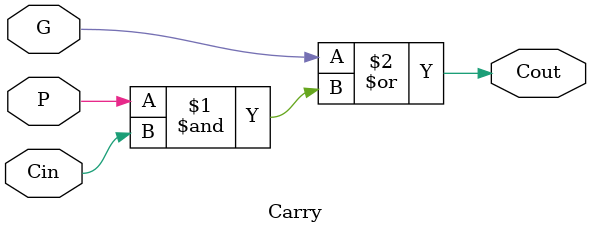
<source format=v>
module Carry(
    input G, P, Cin,
    output Cout
);
    assign Cout = G | (P & Cin);  // Công thức tính carry
endmodule

</source>
